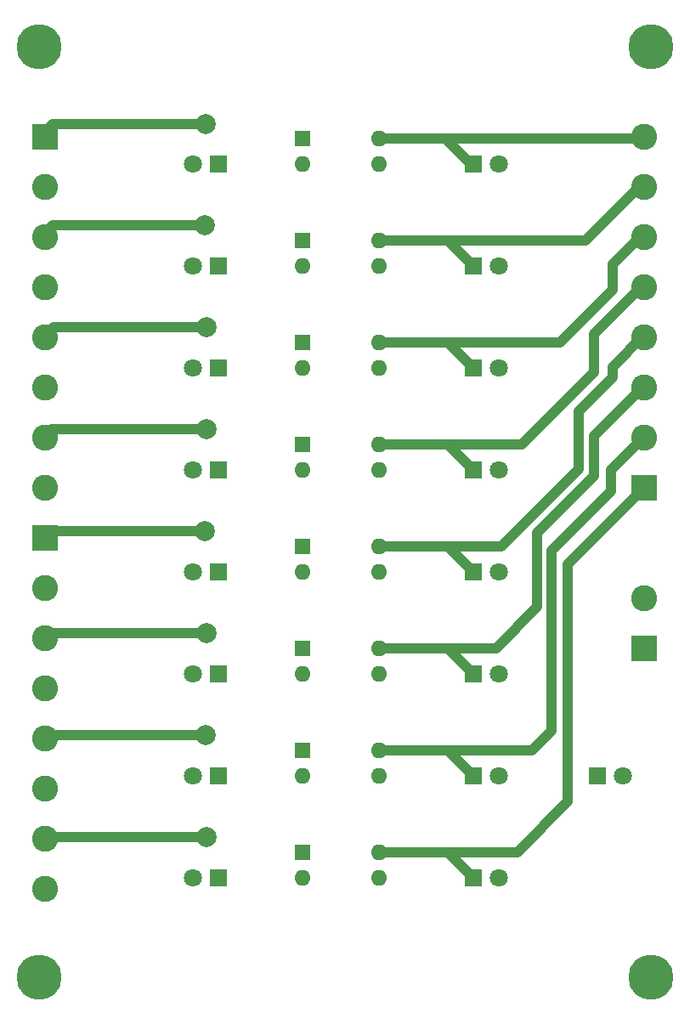
<source format=gbr>
%TF.GenerationSoftware,KiCad,Pcbnew,(5.1.7)-1*%
%TF.CreationDate,2020-10-26T19:11:08+02:00*%
%TF.ProjectId,Opto-Board,4f70746f-2d42-46f6-9172-642e6b696361,rev?*%
%TF.SameCoordinates,Original*%
%TF.FileFunction,Copper,L2,Bot*%
%TF.FilePolarity,Positive*%
%FSLAX46Y46*%
G04 Gerber Fmt 4.6, Leading zero omitted, Abs format (unit mm)*
G04 Created by KiCad (PCBNEW (5.1.7)-1) date 2020-10-26 19:11:08*
%MOMM*%
%LPD*%
G01*
G04 APERTURE LIST*
%TA.AperFunction,ComponentPad*%
%ADD10C,1.800000*%
%TD*%
%TA.AperFunction,ComponentPad*%
%ADD11R,1.800000X1.800000*%
%TD*%
%TA.AperFunction,ComponentPad*%
%ADD12O,1.600000X1.600000*%
%TD*%
%TA.AperFunction,ComponentPad*%
%ADD13R,1.600000X1.600000*%
%TD*%
%TA.AperFunction,ComponentPad*%
%ADD14R,2.600000X2.600000*%
%TD*%
%TA.AperFunction,ComponentPad*%
%ADD15C,2.600000*%
%TD*%
%TA.AperFunction,ViaPad*%
%ADD16C,4.500000*%
%TD*%
%TA.AperFunction,ViaPad*%
%ADD17C,2.000000*%
%TD*%
%TA.AperFunction,Conductor*%
%ADD18C,1.000000*%
%TD*%
G04 APERTURE END LIST*
D10*
%TO.P,D1,2*%
%TO.N,Net-(D1-Pad2)*%
X115316000Y-138684000D03*
D11*
%TO.P,D1,1*%
%TO.N,GND2*%
X112776000Y-138684000D03*
%TD*%
%TO.P,D2,1*%
%TO.N,IN1-*%
X75057000Y-148844000D03*
D10*
%TO.P,D2,2*%
%TO.N,Net-(D2-Pad2)*%
X72517000Y-148844000D03*
%TD*%
%TO.P,D3,2*%
%TO.N,Net-(D3-Pad2)*%
X72517000Y-108204000D03*
D11*
%TO.P,D3,1*%
%TO.N,IN5-*%
X75057000Y-108204000D03*
%TD*%
%TO.P,D4,1*%
%TO.N,OUT1*%
X100393500Y-148844000D03*
D10*
%TO.P,D4,2*%
%TO.N,Net-(D4-Pad2)*%
X102933500Y-148844000D03*
%TD*%
D11*
%TO.P,D5,1*%
%TO.N,OUT5*%
X100393500Y-108204000D03*
D10*
%TO.P,D5,2*%
%TO.N,Net-(D5-Pad2)*%
X102933500Y-108204000D03*
%TD*%
%TO.P,D6,2*%
%TO.N,Net-(D6-Pad2)*%
X72517000Y-138684000D03*
D11*
%TO.P,D6,1*%
%TO.N,IN2-*%
X75057000Y-138684000D03*
%TD*%
%TO.P,D7,1*%
%TO.N,IN6-*%
X75057000Y-98044000D03*
D10*
%TO.P,D7,2*%
%TO.N,Net-(D7-Pad2)*%
X72517000Y-98044000D03*
%TD*%
%TO.P,D8,2*%
%TO.N,Net-(D8-Pad2)*%
X102933500Y-138684000D03*
D11*
%TO.P,D8,1*%
%TO.N,OUT2*%
X100393500Y-138684000D03*
%TD*%
%TO.P,D9,1*%
%TO.N,OUT6*%
X100393500Y-98044000D03*
D10*
%TO.P,D9,2*%
%TO.N,Net-(D9-Pad2)*%
X102933500Y-98044000D03*
%TD*%
D11*
%TO.P,D10,1*%
%TO.N,IN3-*%
X75057000Y-128524000D03*
D10*
%TO.P,D10,2*%
%TO.N,Net-(D10-Pad2)*%
X72517000Y-128524000D03*
%TD*%
D11*
%TO.P,D11,1*%
%TO.N,IN7-*%
X75057000Y-87884000D03*
D10*
%TO.P,D11,2*%
%TO.N,Net-(D11-Pad2)*%
X72517000Y-87884000D03*
%TD*%
%TO.P,D12,2*%
%TO.N,Net-(D12-Pad2)*%
X102933500Y-128524000D03*
D11*
%TO.P,D12,1*%
%TO.N,OUT3*%
X100393500Y-128524000D03*
%TD*%
%TO.P,D13,1*%
%TO.N,OUT7*%
X100393500Y-87884000D03*
D10*
%TO.P,D13,2*%
%TO.N,Net-(D13-Pad2)*%
X102933500Y-87884000D03*
%TD*%
D11*
%TO.P,D14,1*%
%TO.N,IN4-*%
X75057000Y-118364000D03*
D10*
%TO.P,D14,2*%
%TO.N,Net-(D14-Pad2)*%
X72517000Y-118364000D03*
%TD*%
%TO.P,D15,2*%
%TO.N,Net-(D15-Pad2)*%
X72517000Y-77724000D03*
D11*
%TO.P,D15,1*%
%TO.N,IN8-*%
X75057000Y-77724000D03*
%TD*%
D10*
%TO.P,D16,2*%
%TO.N,Net-(D16-Pad2)*%
X102933500Y-118364000D03*
D11*
%TO.P,D16,1*%
%TO.N,OUT4*%
X100393500Y-118364000D03*
%TD*%
D10*
%TO.P,D17,2*%
%TO.N,Net-(D17-Pad2)*%
X102933500Y-77724000D03*
D11*
%TO.P,D17,1*%
%TO.N,OUT8*%
X100393500Y-77724000D03*
%TD*%
D12*
%TO.P,U1,4*%
%TO.N,OUT1*%
X90995500Y-146304000D03*
%TO.P,U1,2*%
%TO.N,IN1-*%
X83375500Y-148844000D03*
%TO.P,U1,3*%
%TO.N,GND2*%
X90995500Y-148844000D03*
D13*
%TO.P,U1,1*%
%TO.N,Net-(R4-Pad1)*%
X83375500Y-146304000D03*
%TD*%
D12*
%TO.P,U2,4*%
%TO.N,OUT5*%
X90995500Y-105664000D03*
%TO.P,U2,2*%
%TO.N,IN5-*%
X83375500Y-108204000D03*
%TO.P,U2,3*%
%TO.N,GND2*%
X90995500Y-108204000D03*
D13*
%TO.P,U2,1*%
%TO.N,Net-(R5-Pad1)*%
X83375500Y-105664000D03*
%TD*%
%TO.P,U3,1*%
%TO.N,Net-(R12-Pad1)*%
X83375500Y-136144000D03*
D12*
%TO.P,U3,3*%
%TO.N,GND2*%
X90995500Y-138684000D03*
%TO.P,U3,2*%
%TO.N,IN2-*%
X83375500Y-138684000D03*
%TO.P,U3,4*%
%TO.N,OUT2*%
X90995500Y-136144000D03*
%TD*%
D13*
%TO.P,U4,1*%
%TO.N,Net-(R13-Pad1)*%
X83375500Y-95504000D03*
D12*
%TO.P,U4,3*%
%TO.N,GND2*%
X90995500Y-98044000D03*
%TO.P,U4,2*%
%TO.N,IN6-*%
X83375500Y-98044000D03*
%TO.P,U4,4*%
%TO.N,OUT6*%
X90995500Y-95504000D03*
%TD*%
%TO.P,U5,4*%
%TO.N,OUT3*%
X90995500Y-125984000D03*
%TO.P,U5,2*%
%TO.N,IN3-*%
X83375500Y-128524000D03*
%TO.P,U5,3*%
%TO.N,GND2*%
X90995500Y-128524000D03*
D13*
%TO.P,U5,1*%
%TO.N,Net-(R20-Pad1)*%
X83375500Y-125984000D03*
%TD*%
D12*
%TO.P,U6,4*%
%TO.N,OUT7*%
X90995500Y-85344000D03*
%TO.P,U6,2*%
%TO.N,IN7-*%
X83375500Y-87884000D03*
%TO.P,U6,3*%
%TO.N,GND2*%
X90995500Y-87884000D03*
D13*
%TO.P,U6,1*%
%TO.N,Net-(R21-Pad1)*%
X83375500Y-85344000D03*
%TD*%
%TO.P,U7,1*%
%TO.N,Net-(R28-Pad1)*%
X83375500Y-115824000D03*
D12*
%TO.P,U7,3*%
%TO.N,GND2*%
X90995500Y-118364000D03*
%TO.P,U7,2*%
%TO.N,IN4-*%
X83375500Y-118364000D03*
%TO.P,U7,4*%
%TO.N,OUT4*%
X90995500Y-115824000D03*
%TD*%
D13*
%TO.P,U8,1*%
%TO.N,Net-(R29-Pad1)*%
X83375500Y-75184000D03*
D12*
%TO.P,U8,3*%
%TO.N,GND2*%
X90995500Y-77724000D03*
%TO.P,U8,2*%
%TO.N,IN8-*%
X83375500Y-77724000D03*
%TO.P,U8,4*%
%TO.N,OUT8*%
X90995500Y-75184000D03*
%TD*%
D14*
%TO.P,J1,1*%
%TO.N,IN8+*%
X57785000Y-75000000D03*
D15*
%TO.P,J1,2*%
%TO.N,IN8-*%
X57785000Y-80000000D03*
%TO.P,J1,3*%
%TO.N,IN7+*%
X57785000Y-85000000D03*
%TO.P,J1,4*%
%TO.N,IN7-*%
X57785000Y-90000000D03*
%TO.P,J1,5*%
%TO.N,IN6+*%
X57785000Y-95000000D03*
%TO.P,J1,6*%
%TO.N,IN6-*%
X57785000Y-100000000D03*
%TO.P,J1,7*%
%TO.N,IN5+*%
X57785000Y-105000000D03*
%TO.P,J1,8*%
%TO.N,IN5-*%
X57785000Y-110000000D03*
%TD*%
D14*
%TO.P,J2,1*%
%TO.N,IN4+*%
X57785000Y-115000000D03*
D15*
%TO.P,J2,2*%
%TO.N,IN4-*%
X57785000Y-120000000D03*
%TO.P,J2,3*%
%TO.N,IN3+*%
X57785000Y-125000000D03*
%TO.P,J2,4*%
%TO.N,IN3-*%
X57785000Y-130000000D03*
%TO.P,J2,5*%
%TO.N,IN2+*%
X57785000Y-135000000D03*
%TO.P,J2,6*%
%TO.N,IN2-*%
X57785000Y-140000000D03*
%TO.P,J2,7*%
%TO.N,IN1+*%
X57785000Y-145000000D03*
%TO.P,J2,8*%
%TO.N,IN1-*%
X57785000Y-150000000D03*
%TD*%
D14*
%TO.P,J3,1*%
%TO.N,OUT1*%
X117411500Y-110000000D03*
D15*
%TO.P,J3,2*%
%TO.N,OUT2*%
X117411500Y-105000000D03*
%TO.P,J3,3*%
%TO.N,OUT3*%
X117411500Y-100000000D03*
%TO.P,J3,4*%
%TO.N,OUT4*%
X117411500Y-95000000D03*
%TO.P,J3,5*%
%TO.N,OUT5*%
X117411500Y-90000000D03*
%TO.P,J3,6*%
%TO.N,OUT6*%
X117411500Y-85000000D03*
%TO.P,J3,7*%
%TO.N,OUT7*%
X117411500Y-80000000D03*
%TO.P,J3,8*%
%TO.N,OUT8*%
X117411500Y-75000000D03*
%TD*%
D14*
%TO.P,J4,1*%
%TO.N,GND2*%
X117411500Y-126000000D03*
D15*
%TO.P,J4,2*%
%TO.N,VCC*%
X117411500Y-121000000D03*
%TD*%
D16*
%TO.N,*%
X57150000Y-158750000D03*
X118110000Y-158750000D03*
X118110000Y-66040000D03*
X57150000Y-66040000D03*
D17*
%TO.N,IN5+*%
X73799700Y-104203500D03*
%TO.N,IN6+*%
X73875900Y-94043500D03*
%TO.N,IN7+*%
X73672700Y-83883500D03*
%TO.N,IN8+*%
X73723500Y-73787000D03*
%TO.N,IN1+*%
X73825100Y-144843500D03*
%TO.N,IN2+*%
X73748900Y-134683500D03*
%TO.N,IN3+*%
X73825100Y-124523500D03*
%TO.N,IN4+*%
X73698100Y-114363500D03*
%TD*%
D18*
%TO.N,OUT1*%
X97853500Y-146304000D02*
X100393500Y-148844000D01*
X90995500Y-146304000D02*
X97853500Y-146304000D01*
X97853500Y-146304000D02*
X104800400Y-146304000D01*
X104800400Y-146304000D02*
X109829600Y-141274800D01*
X109829600Y-117627400D02*
X117411500Y-110045500D01*
X109829600Y-141274800D02*
X109829600Y-117627400D01*
%TO.N,OUT5*%
X97853500Y-105664000D02*
X100393500Y-108204000D01*
X90995500Y-105664000D02*
X97853500Y-105664000D01*
X97853500Y-105664000D02*
X105257600Y-105664000D01*
X105257600Y-105664000D02*
X112445800Y-98475800D01*
X112445800Y-94691200D02*
X117411500Y-89725500D01*
X112445800Y-98475800D02*
X112445800Y-94691200D01*
%TO.N,OUT2*%
X97853500Y-136144000D02*
X100393500Y-138684000D01*
X97104200Y-136144000D02*
X106273600Y-136144000D01*
X97104200Y-136144000D02*
X97853500Y-136144000D01*
X90995500Y-136144000D02*
X97104200Y-136144000D01*
X106273600Y-136144000D02*
X108229400Y-134188200D01*
X108229400Y-116267598D02*
X114122200Y-110374798D01*
X108229400Y-134188200D02*
X108229400Y-116267598D01*
X114122200Y-108254800D02*
X117411500Y-104965500D01*
X114122200Y-110374798D02*
X114122200Y-108254800D01*
%TO.N,OUT6*%
X97853500Y-95504000D02*
X100393500Y-98044000D01*
X90995500Y-95504000D02*
X97853500Y-95504000D01*
X97853500Y-95504000D02*
X97878900Y-95529400D01*
X97878900Y-95529400D02*
X109093000Y-95529400D01*
X109093000Y-95529400D02*
X114325400Y-90297000D01*
X114325400Y-87731600D02*
X117411500Y-84645500D01*
X114325400Y-90297000D02*
X114325400Y-87731600D01*
%TO.N,OUT3*%
X97853500Y-125984000D02*
X100393500Y-128524000D01*
X90995500Y-125984000D02*
X97853500Y-125984000D01*
X97853500Y-125984000D02*
X102692200Y-125984000D01*
X102692200Y-125984000D02*
X106781600Y-121894600D01*
X106781600Y-121894600D02*
X106781600Y-114477800D01*
X106781600Y-114477800D02*
X112420400Y-108839000D01*
X112420400Y-104876600D02*
X117411500Y-99885500D01*
X112420400Y-108839000D02*
X112420400Y-104876600D01*
%TO.N,OUT7*%
X97853500Y-85344000D02*
X100393500Y-87884000D01*
X90995500Y-85344000D02*
X97853500Y-85344000D01*
X111633000Y-85344000D02*
X117411500Y-79565500D01*
X97853500Y-85344000D02*
X111633000Y-85344000D01*
%TO.N,OUT4*%
X97853500Y-115824000D02*
X100393500Y-118364000D01*
X90995500Y-115824000D02*
X97853500Y-115824000D01*
X97853500Y-115824000D02*
X103200200Y-115824000D01*
X103200200Y-115824000D02*
X110896400Y-108127800D01*
X110896400Y-108127800D02*
X110896400Y-102387400D01*
X110896400Y-102387400D02*
X114274600Y-99009200D01*
X114274600Y-97942400D02*
X117411500Y-94805500D01*
X114274600Y-99009200D02*
X114274600Y-97942400D01*
%TO.N,OUT8*%
X90995500Y-75184000D02*
X97663000Y-75184000D01*
X100203000Y-77724000D02*
X100393500Y-77724000D01*
X97663000Y-75184000D02*
X100203000Y-77724000D01*
X116713000Y-75184000D02*
X117411500Y-74485500D01*
X97663000Y-75184000D02*
X116713000Y-75184000D01*
%TO.N,IN5+*%
X57785000Y-104965500D02*
X57785000Y-104851200D01*
X58432700Y-104203500D02*
X73799700Y-104203500D01*
X57785000Y-104851200D02*
X58432700Y-104203500D01*
%TO.N,IN6+*%
X57785000Y-94805500D02*
X57823100Y-94805500D01*
X57823100Y-94805500D02*
X58585100Y-94043500D01*
X58585100Y-94043500D02*
X73875900Y-94043500D01*
%TO.N,IN7+*%
X57785000Y-84645500D02*
X57785000Y-84582000D01*
X57785000Y-84582000D02*
X58483500Y-83883500D01*
X58483500Y-83883500D02*
X73672700Y-83883500D01*
%TO.N,IN8+*%
X73723500Y-73787000D02*
X73723500Y-74295000D01*
X58483500Y-73787000D02*
X57785000Y-74485500D01*
X73723500Y-73787000D02*
X58483500Y-73787000D01*
%TO.N,IN1+*%
X57785000Y-145605500D02*
X58077100Y-145605500D01*
X58839100Y-144843500D02*
X73825100Y-144843500D01*
X58077100Y-145605500D02*
X58839100Y-144843500D01*
%TO.N,IN2+*%
X57785000Y-135445500D02*
X57873900Y-135445500D01*
X57873900Y-135445500D02*
X58635900Y-134683500D01*
X58635900Y-134683500D02*
X73748900Y-134683500D01*
%TO.N,IN3+*%
X57785000Y-125285500D02*
X57785000Y-124993400D01*
X58254900Y-124523500D02*
X73825100Y-124523500D01*
X57785000Y-124993400D02*
X58254900Y-124523500D01*
%TO.N,IN4+*%
X57785000Y-115125500D02*
X57975500Y-115125500D01*
X58737500Y-114363500D02*
X73698100Y-114363500D01*
X57975500Y-115125500D02*
X58737500Y-114363500D01*
%TD*%
M02*

</source>
